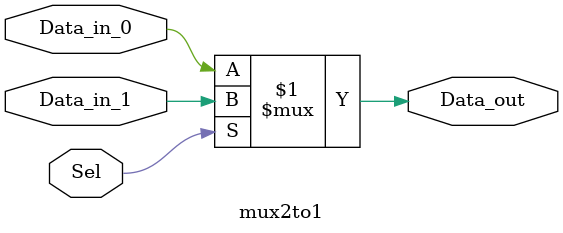
<source format=v>
module mux2to1
(
//=======================================================
//  INPUT/OUTPUT declarations
//=======================================================
output Data_out,
input Data_in_0, Data_in_1, Sel
);
//=======================================================
//  Assignments
//=======================================================
assign Data_out=(Sel) ? Data_in_1:Data_in_0;
endmodule 
</source>
